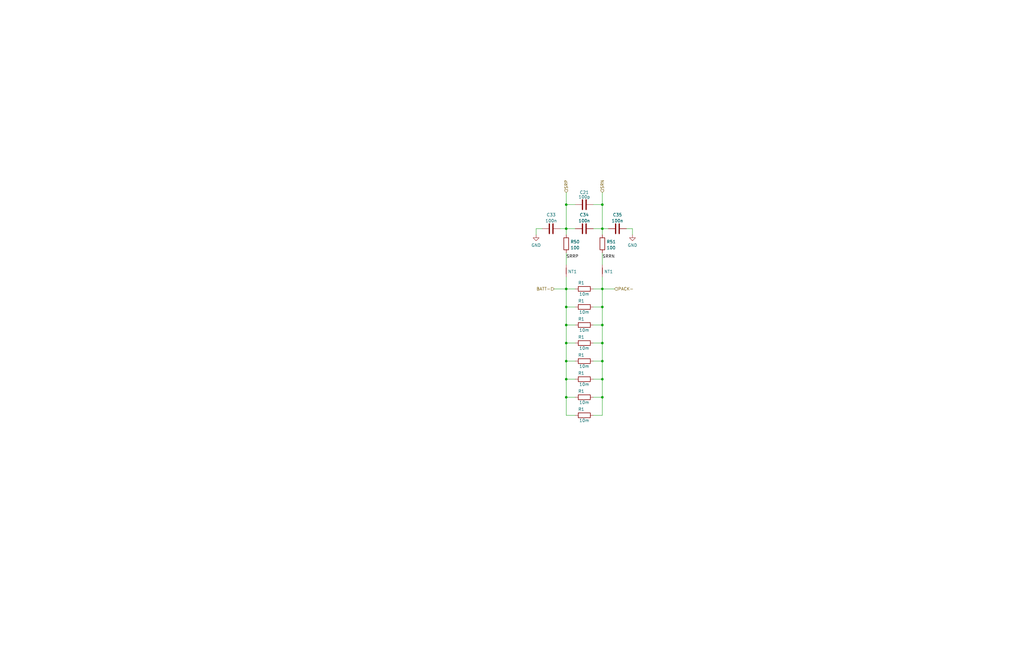
<source format=kicad_sch>
(kicad_sch (version 20230121) (generator eeschema)
  (paper "B")
  (lib_symbols
    (symbol "Device:C" (pin_numbers hide) (pin_names (offset 0.254))
      (property "Reference" "C" (at 0.635 2.54 0))
      (property "Value" "C" (at 0.635 -2.54 0))
      (symbol "C_0_1"
        (polyline (pts (xy -2.032 -0.762) (xy 2.032 -0.762)) (stroke (width 0.508)))
        (polyline (pts (xy -2.032 0.762) (xy 2.032 0.762)) (stroke (width 0.508)))
      )
      (symbol "C_1_1"
        (pin passive line (at 0 3.81 270) (length 2.794) (name "~") (number "1"))
        (pin passive line (at 0 -3.81 90) (length 2.794) (name "~") (number "2"))
      )
    )
    (symbol "Device:NetTie_2" (pin_numbers hide) (pin_names (offset 0) hide)
      (property "Reference" "NT" (at 0 1.27 0))
      (property "Value" "NetTie_2" (at 0 -1.27 0))
      (symbol "NetTie_2_0_1"
        (polyline (pts (xy -1.27 0) (xy 1.27 0)) (stroke (width 0.254)))
      )
      (symbol "NetTie_2_1_1"
        (pin passive line (at -2.54 0 0) (length 2.54) (name "1") (number "1"))
        (pin passive line (at 2.54 0 180) (length 2.54) (name "2") (number "2"))
      )
    )
    (symbol "Device:R" (pin_numbers hide) (pin_names (offset 0))
      (property "Reference" "R" (at 2.032 0 90))
      (property "Value" "R" (at 0 0 90))
      (symbol "R_0_1"
        (rectangle (start -1.016 -2.54) (end 1.016 2.54) (stroke (width 0.254)))
      )
      (symbol "R_1_1"
        (pin passive line (at 0 3.81 270) (length 1.27) (name "~") (number "1"))
        (pin passive line (at 0 -3.81 90) (length 1.27) (name "~") (number "2"))
      )
    )
    (symbol "power:GND" (power) (pin_names (offset 0))
      (property "Value" "GND" (at 0 -3.81 0))
      (symbol "GND_0_1"
        (polyline (pts (xy 0 0) (xy 0 -1.27) (xy 1.27 -1.27) (xy 0 -2.54) (xy -1.27 -1.27) (xy 0 -1.27)))
      )
      (symbol "GND_1_1"
        (pin power_in line (at 0 0 270) (length 0) hide (name "GND") (number "1"))
      )
    )
  )
  (junction (at 238.76 144.78))
  (junction (at 238.76 167.64))
  (junction (at 254 121.92))
  (junction (at 254 96.52))
  (junction (at 238.76 160.02))
  (junction (at 254 160.02))
  (junction (at 254 129.54))
  (junction (at 254 167.64))
  (junction (at 254 86.36))
  (junction (at 254 144.78))
  (junction (at 254 137.16))
  (junction (at 254 152.4))
  (junction (at 238.76 96.52))
  (junction (at 238.76 86.36))
  (junction (at 238.76 137.16))
  (junction (at 238.76 152.4))
  (junction (at 238.76 129.54))
  (junction (at 238.76 121.92))
  (wire (pts (xy 254 106.68) (xy 254 111.76)))
  (wire (pts (xy 238.76 160.02) (xy 238.76 167.64)))
  (wire (pts (xy 238.76 121.92) (xy 242.57 121.92)))
  (wire (pts (xy 264.16 96.52) (xy 266.7 96.52)))
  (wire (pts (xy 254 81.28) (xy 254 86.36)))
  (wire (pts (xy 254 152.4) (xy 254 160.02)))
  (wire (pts (xy 266.7 96.52) (xy 266.7 99.06)))
  (wire (pts (xy 228.6 96.52) (xy 226.06 96.52)))
  (wire (pts (xy 250.19 144.78) (xy 254 144.78)))
  (wire (pts (xy 254 96.52) (xy 256.54 96.52)))
  (wire (pts (xy 233.68 121.92) (xy 238.76 121.92)))
  (wire (pts (xy 242.57 152.4) (xy 238.76 152.4)))
  (wire (pts (xy 254 167.64) (xy 254 175.26)))
  (wire (pts (xy 254 160.02) (xy 254 167.64)))
  (wire (pts (xy 250.19 86.36) (xy 254 86.36)))
  (wire (pts (xy 250.19 175.26) (xy 254 175.26)))
  (wire (pts (xy 254 144.78) (xy 254 152.4)))
  (wire (pts (xy 254 116.84) (xy 254 121.92)))
  (wire (pts (xy 238.76 167.64) (xy 242.57 167.64)))
  (wire (pts (xy 250.19 121.92) (xy 254 121.92)))
  (wire (pts (xy 238.76 86.36) (xy 242.57 86.36)))
  (wire (pts (xy 238.76 106.68) (xy 238.76 111.76)))
  (wire (pts (xy 238.76 144.78) (xy 242.57 144.78)))
  (wire (pts (xy 226.06 96.52) (xy 226.06 99.06)))
  (wire (pts (xy 238.76 96.52) (xy 242.57 96.52)))
  (wire (pts (xy 250.19 129.54) (xy 254 129.54)))
  (wire (pts (xy 238.76 81.28) (xy 238.76 86.36)))
  (wire (pts (xy 254 121.92) (xy 254 129.54)))
  (wire (pts (xy 254 137.16) (xy 254 144.78)))
  (wire (pts (xy 238.76 116.84) (xy 238.76 121.92)))
  (wire (pts (xy 238.76 144.78) (xy 238.76 152.4)))
  (wire (pts (xy 238.76 86.36) (xy 238.76 96.52)))
  (wire (pts (xy 236.22 96.52) (xy 238.76 96.52)))
  (wire (pts (xy 242.57 137.16) (xy 238.76 137.16)))
  (wire (pts (xy 254 86.36) (xy 254 96.52)))
  (wire (pts (xy 250.19 167.64) (xy 254 167.64)))
  (wire (pts (xy 238.76 175.26) (xy 242.57 175.26)))
  (wire (pts (xy 238.76 152.4) (xy 238.76 160.02)))
  (wire (pts (xy 254 96.52) (xy 254 99.06)))
  (wire (pts (xy 254 121.92) (xy 259.08 121.92)))
  (wire (pts (xy 250.19 160.02) (xy 254 160.02)))
  (wire (pts (xy 238.76 96.52) (xy 238.76 99.06)))
  (wire (pts (xy 238.76 121.92) (xy 238.76 129.54)))
  (wire (pts (xy 238.76 167.64) (xy 238.76 175.26)))
  (wire (pts (xy 238.76 160.02) (xy 242.57 160.02)))
  (wire (pts (xy 254 129.54) (xy 254 137.16)))
  (wire (pts (xy 254 137.16) (xy 250.19 137.16)))
  (wire (pts (xy 254 152.4) (xy 250.19 152.4)))
  (wire (pts (xy 250.19 96.52) (xy 254 96.52)))
  (wire (pts (xy 238.76 129.54) (xy 242.57 129.54)))
  (wire (pts (xy 238.76 137.16) (xy 238.76 144.78)))
  (wire (pts (xy 238.76 129.54) (xy 238.76 137.16)))
  (label "SRRP" (at 238.76 109.22 0))
  (label "SRRN" (at 254 109.22 0))
  (hierarchical_label "PACK-" (shape input) (at 259.08 121.92 0))
  (hierarchical_label "SRP" (shape input) (at 238.76 81.28 90))
  (hierarchical_label "SRN" (shape input) (at 254 81.28 90))
  (hierarchical_label "BATT-" (shape input) (at 233.68 121.92 180))
  (symbol (lib_id "Device:R") (at 246.38 144.78 270) (unit 1)
    (property "Reference" "R1" (at 245.11 142.24 90))
    (property "Value" "10m" (at 246.38 146.9589 90))
    (property "Footprint" "Resistor_SMD:R_1210_3225Metric" (effects hide))
    (property "Datasheet" "https://www.eaton.com/content/dam/eaton/products/electronic-components/resources/data-sheet/eaton-msma-automotive-smd-current-sense-resistor-metal-strip-data-sheet-elx1179.pdf" (effects hide))
    (property "Mouser" "https://www.mouser.com/ProductDetail/Bussmann-Eaton/MSMA2512R0100FEN?qs=By6Nw2ByBD2b7%252BVYRK0SbQ%3D%3D" (effects hide))
    (property "Part Number" "MSMA2512R0100FEN" (effects hide))
    (property "Rating" "2W" (effects hide))
    (instances (project "bms" (path "" (reference "R1") (unit 1)) (path "" (reference "R28") (unit 1))))
  )
  (symbol (lib_id "Device:R") (at 246.38 175.26 270) (unit 1)
    (property "Reference" "R1" (at 245.11 172.72 90))
    (property "Value" "10m" (at 246.38 177.4389 90))
    (property "Footprint" "Resistor_SMD:R_1210_3225Metric" (effects hide))
    (property "Datasheet" "https://www.eaton.com/content/dam/eaton/products/electronic-components/resources/data-sheet/eaton-msma-automotive-smd-current-sense-resistor-metal-strip-data-sheet-elx1179.pdf" (effects hide))
    (property "Mouser" "https://www.mouser.com/ProductDetail/Bussmann-Eaton/MSMA2512R0100FEN?qs=By6Nw2ByBD2b7%252BVYRK0SbQ%3D%3D" (effects hide))
    (property "Part Number" "MSMA2512R0100FEN" (effects hide))
    (property "Rating" "2W" (effects hide))
    (instances (project "bms" (path "" (reference "R1") (unit 1)) (path "" (reference "R58") (unit 1))))
  )
  (symbol (lib_id "Device:NetTie_2") (at 238.76 114.3 270) (unit 1)
    (property "Reference" "NT1" (at 239.522 114.6168 90) (effects (justify left)))
    (property "Value" "NetTie_2" (effects hide))
    (property "Footprint" "NetTie:NetTie-2_SMD_Pad0.5mm" (effects hide))
  )
  (symbol (lib_id "Device:R") (at 246.38 121.92 270) (unit 1)
    (property "Reference" "R1" (at 245.11 119.38 90))
    (property "Value" "10m" (at 246.38 124.0989 90))
    (property "Footprint" "Resistor_SMD:R_1210_3225Metric" (effects hide))
    (property "Datasheet" "https://www.eaton.com/content/dam/eaton/products/electronic-components/resources/data-sheet/eaton-msma-automotive-smd-current-sense-resistor-metal-strip-data-sheet-elx1179.pdf" (effects hide))
    (property "Mouser" "https://www.mouser.com/ProductDetail/Bussmann-Eaton/MSMA2512R0100FEN?qs=By6Nw2ByBD2b7%252BVYRK0SbQ%3D%3D" (effects hide))
    (property "Part Number" "MSMA2512R0100FEN" (effects hide))
    (property "Rating" "2W" (effects hide))
  )
  (symbol (lib_id "Device:C") (at 260.35 96.52 90) (unit 1)
    (property "Reference" "C35" (at 260.35 90.6612 90))
    (property "Value" "100n" (at 260.35 93.1981 90))
    (property "Footprint" "Capacitor_SMD:C_0603_1608Metric" (effects hide))
    (property "Datasheet" "https://www.mouser.com/datasheet/2/40/X7RDielectric-2943470.pdf" (effects hide))
    (property "Mouser" "https://www.mouser.com/ProductDetail/KYOCERA-AVX/06035C104KAT2A?qs=sGAEpiMZZMs7ZEmUmaUL07F2qgI%252BUofJK2BrtL3gRPE%3D" (effects hide))
    (property "Part Number" "06035C104KAT2A" (effects hide))
    (property "Rating" "50V" (effects hide))
  )
  (symbol (lib_id "power:GND") (at 226.06 99.06 0) (unit 1)
    (property "Reference" "#PWR02" (effects hide))
    (property "Value" "GND" (at 226.06 103.5034 0))
    (instances (project "bms" (path "" (reference "#PWR02") (unit 1)) (path "" (reference "#PWR046") (unit 1))))
  )
  (symbol (lib_id "Device:C") (at 246.38 86.36 90) (unit 1)
    (property "Reference" "C21" (at 246.38 81.1911 90))
    (property "Value" "100p" (at 246.38 83.1121 90))
    (property "Footprint" "Capacitor_SMD:C_0603_1608Metric" (effects hide))
    (property "Datasheet" "https://www.mouser.com/datasheet/2/281/1/GCM1885C2A101JA16_01A-3142697.pdf" (effects hide))
    (property "Mouser" "https://www.mouser.com/ProductDetail/Murata-Electronics/GCM1885C2A101JA16D?qs=sGAEpiMZZMs7ZEmUmaUL05tK3UxeJStQD5AHYzB%252BilI%3D" (effects hide))
    (property "Part Number" "GCM1885C2A101JA16D" (effects hide))
    (property "Rating" "100V" (effects hide))
  )
  (symbol (lib_id "power:GND") (at 266.7 99.06 0) (unit 1)
    (property "Reference" "#PWR02" (effects hide))
    (property "Value" "GND" (at 266.7 103.5034 0))
    (instances (project "bms" (path "" (reference "#PWR02") (unit 1)) (path "" (reference "#PWR043") (unit 1))))
  )
  (symbol (lib_id "Device:R") (at 246.38 167.64 270) (unit 1)
    (property "Reference" "R1" (at 245.11 165.1 90))
    (property "Value" "10m" (at 246.38 169.8189 90))
    (property "Footprint" "Resistor_SMD:R_1210_3225Metric" (effects hide))
    (property "Datasheet" "https://www.eaton.com/content/dam/eaton/products/electronic-components/resources/data-sheet/eaton-msma-automotive-smd-current-sense-resistor-metal-strip-data-sheet-elx1179.pdf" (effects hide))
    (property "Mouser" "https://www.mouser.com/ProductDetail/Bussmann-Eaton/MSMA2512R0100FEN?qs=By6Nw2ByBD2b7%252BVYRK0SbQ%3D%3D" (effects hide))
    (property "Part Number" "MSMA2512R0100FEN" (effects hide))
    (property "Rating" "2W" (effects hide))
    (instances (project "bms" (path "" (reference "R1") (unit 1)) (path "" (reference "R57") (unit 1))))
  )
  (symbol (lib_id "Device:C") (at 232.41 96.52 90) (unit 1)
    (property "Reference" "C33" (at 232.41 90.6612 90))
    (property "Value" "100n" (at 232.41 93.1981 90))
    (property "Footprint" "Capacitor_SMD:C_0603_1608Metric" (effects hide))
    (property "Datasheet" "https://www.mouser.com/datasheet/2/40/X7RDielectric-2943470.pdf" (effects hide))
    (property "Mouser" "https://www.mouser.com/ProductDetail/KYOCERA-AVX/06035C104KAT2A?qs=sGAEpiMZZMs7ZEmUmaUL07F2qgI%252BUofJK2BrtL3gRPE%3D" (effects hide))
    (property "Part Number" "06035C104KAT2A" (effects hide))
    (property "Rating" "50V" (effects hide))
  )
  (symbol (lib_id "Device:NetTie_2") (at 254 114.3 270) (unit 1)
    (property "Reference" "NT1" (at 254.762 114.6168 90) (effects (justify left)))
    (property "Value" "NetTie_2" (effects hide))
    (property "Footprint" "NetTie:NetTie-2_SMD_Pad0.5mm" (effects hide))
    (instances (project "bms" (path "" (reference "NT1") (unit 1)) (path "" (reference "NT2") (unit 1))))
  )
  (symbol (lib_id "Device:R") (at 246.38 129.54 270) (unit 1)
    (property "Reference" "R1" (at 245.11 127 90))
    (property "Value" "10m" (at 246.38 131.7189 90))
    (property "Footprint" "Resistor_SMD:R_1210_3225Metric" (effects hide))
    (property "Datasheet" "https://www.eaton.com/content/dam/eaton/products/electronic-components/resources/data-sheet/eaton-msma-automotive-smd-current-sense-resistor-metal-strip-data-sheet-elx1179.pdf" (effects hide))
    (property "Mouser" "https://www.mouser.com/ProductDetail/Bussmann-Eaton/MSMA2512R0100FEN?qs=By6Nw2ByBD2b7%252BVYRK0SbQ%3D%3D" (effects hide))
    (property "Part Number" "MSMA2512R0100FEN" (effects hide))
    (property "Rating" "2W" (effects hide))
    (instances (project "bms" (path "" (reference "R1") (unit 1)) (path "" (reference "R26") (unit 1))))
  )
  (symbol (lib_id "Device:C") (at 246.38 96.52 90) (unit 1)
    (property "Reference" "C34" (at 246.38 90.6612 90))
    (property "Value" "100n" (at 246.38 93.1981 90))
    (property "Footprint" "Capacitor_SMD:C_0603_1608Metric" (effects hide))
    (property "Datasheet" "https://www.mouser.com/datasheet/2/40/X7RDielectric-2943470.pdf" (effects hide))
    (property "Mouser" "https://www.mouser.com/ProductDetail/KYOCERA-AVX/06035C104KAT2A?qs=sGAEpiMZZMs7ZEmUmaUL07F2qgI%252BUofJK2BrtL3gRPE%3D" (effects hide))
    (property "Part Number" "06035C104KAT2A" (effects hide))
    (property "Rating" "50V" (effects hide))
  )
  (symbol (lib_id "Device:R") (at 246.38 152.4 270) (unit 1)
    (property "Reference" "R1" (at 245.11 149.86 90))
    (property "Value" "10m" (at 246.38 154.5789 90))
    (property "Footprint" "Resistor_SMD:R_1210_3225Metric" (effects hide))
    (property "Datasheet" "https://www.eaton.com/content/dam/eaton/products/electronic-components/resources/data-sheet/eaton-msma-automotive-smd-current-sense-resistor-metal-strip-data-sheet-elx1179.pdf" (effects hide))
    (property "Mouser" "https://www.mouser.com/ProductDetail/Bussmann-Eaton/MSMA2512R0100FEN?qs=By6Nw2ByBD2b7%252BVYRK0SbQ%3D%3D" (effects hide))
    (property "Part Number" "MSMA2512R0100FEN" (effects hide))
    (property "Rating" "2W" (effects hide))
    (instances (project "bms" (path "" (reference "R1") (unit 1)) (path "" (reference "R29") (unit 1))))
  )
  (symbol (lib_id "Device:R") (at 246.38 160.02 270) (unit 1)
    (property "Reference" "R1" (at 245.11 157.48 90))
    (property "Value" "10m" (at 246.38 162.1989 90))
    (property "Footprint" "Resistor_SMD:R_1210_3225Metric" (effects hide))
    (property "Datasheet" "https://www.eaton.com/content/dam/eaton/products/electronic-components/resources/data-sheet/eaton-msma-automotive-smd-current-sense-resistor-metal-strip-data-sheet-elx1179.pdf" (effects hide))
    (property "Mouser" "https://www.mouser.com/ProductDetail/Bussmann-Eaton/MSMA2512R0100FEN?qs=By6Nw2ByBD2b7%252BVYRK0SbQ%3D%3D" (effects hide))
    (property "Part Number" "MSMA2512R0100FEN" (effects hide))
    (property "Rating" "2W" (effects hide))
    (instances (project "bms" (path "" (reference "R1") (unit 1)) (path "" (reference "R56") (unit 1))))
  )
  (symbol (lib_id "Device:R") (at 246.38 137.16 270) (unit 1)
    (property "Reference" "R1" (at 245.11 134.62 90))
    (property "Value" "10m" (at 246.38 139.3389 90))
    (property "Footprint" "Resistor_SMD:R_1210_3225Metric" (effects hide))
    (property "Datasheet" "https://www.eaton.com/content/dam/eaton/products/electronic-components/resources/data-sheet/eaton-msma-automotive-smd-current-sense-resistor-metal-strip-data-sheet-elx1179.pdf" (effects hide))
    (property "Mouser" "https://www.mouser.com/ProductDetail/Bussmann-Eaton/MSMA2512R0100FEN?qs=By6Nw2ByBD2b7%252BVYRK0SbQ%3D%3D" (effects hide))
    (property "Part Number" "MSMA2512R0100FEN" (effects hide))
    (property "Rating" "2W" (effects hide))
    (instances (project "bms" (path "" (reference "R1") (unit 1)) (path "" (reference "R27") (unit 1))))
  )
  (symbol (lib_id "Device:R") (at 238.76 102.87 0) (unit 1)
    (property "Reference" "R50" (at 240.538 102.0353 0) (effects (justify left)))
    (property "Value" "100" (at 240.538 104.5722 0) (effects (justify left)))
    (property "Footprint" "Resistor_SMD:R_0603_1608Metric" (effects hide))
    (property "Datasheet" "https://www.mouser.com/datasheet/2/54/cr-1858361.pdf" (effects hide))
    (property "Mouser" "https://www.mouser.com/ProductDetail/Bourns/CR0603-FX-1000ELF?qs=sGAEpiMZZMtlubZbdhIBIB2E0CzLGwMIzMOnVrznuHg%3D" (effects hide))
    (property "Part Number" "CR0603-FX-1000ELF" (effects hide))
    (property "Rating" "100mW" (effects hide))
  )
  (symbol (lib_id "Device:R") (at 254 102.87 0) (unit 1)
    (property "Reference" "R51" (at 255.778 102.0353 0) (effects (justify left)))
    (property "Value" "100" (at 255.778 104.5722 0) (effects (justify left)))
    (property "Footprint" "Resistor_SMD:R_0603_1608Metric" (effects hide))
    (property "Datasheet" "https://www.mouser.com/datasheet/2/54/cr-1858361.pdf" (effects hide))
    (property "Mouser" "https://www.mouser.com/ProductDetail/Bourns/CR0603-FX-1000ELF?qs=sGAEpiMZZMtlubZbdhIBIB2E0CzLGwMIzMOnVrznuHg%3D" (effects hide))
    (property "Part Number" "CR0603-FX-1000ELF" (effects hide))
    (property "Rating" "100mW" (effects hide))
  )
)
</source>
